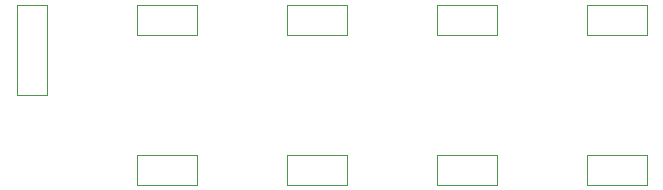
<source format=gbo>
%TF.GenerationSoftware,KiCad,Pcbnew,(5.1.8)-1*%
%TF.CreationDate,2021-03-06T21:18:19+09:00*%
%TF.ProjectId,motor_driver,6d6f746f-725f-4647-9269-7665722e6b69,rev?*%
%TF.SameCoordinates,PX54c81a0PY87a6900*%
%TF.FileFunction,Legend,Bot*%
%TF.FilePolarity,Positive*%
%FSLAX46Y46*%
G04 Gerber Fmt 4.6, Leading zero omitted, Abs format (unit mm)*
G04 Created by KiCad (PCBNEW (5.1.8)-1) date 2021-03-06 21:18:19*
%MOMM*%
%LPD*%
G01*
G04 APERTURE LIST*
%ADD10C,0.120000*%
%ADD11R,1.700000X1.700000*%
%ADD12O,1.700000X1.700000*%
%ADD13C,1.700000*%
G04 APERTURE END LIST*
D10*
X16510000Y3810000D02*
X11430000Y3810000D01*
X16510000Y1270000D02*
X16510000Y3810000D01*
X11430000Y1270000D02*
X16510000Y1270000D01*
X11430000Y3810000D02*
X11430000Y1270000D01*
X29210000Y3810000D02*
X24130000Y3810000D01*
X29210000Y1270000D02*
X29210000Y3810000D01*
X24130000Y1270000D02*
X29210000Y1270000D01*
X24130000Y3810000D02*
X24130000Y1270000D01*
X41910000Y3810000D02*
X36830000Y3810000D01*
X41910000Y1270000D02*
X41910000Y3810000D01*
X36830000Y1270000D02*
X41910000Y1270000D01*
X36830000Y3810000D02*
X36830000Y1270000D01*
X54610000Y3810000D02*
X49530000Y3810000D01*
X54610000Y1270000D02*
X54610000Y3810000D01*
X49530000Y1270000D02*
X54610000Y1270000D01*
X49530000Y3810000D02*
X49530000Y1270000D01*
X54610000Y16510000D02*
X49530000Y16510000D01*
X54610000Y13970000D02*
X54610000Y16510000D01*
X49530000Y13970000D02*
X54610000Y13970000D01*
X49530000Y16510000D02*
X49530000Y13970000D01*
X41910000Y16510000D02*
X36830000Y16510000D01*
X41910000Y13970000D02*
X41910000Y16510000D01*
X36830000Y13970000D02*
X41910000Y13970000D01*
X36830000Y16510000D02*
X36830000Y13970000D01*
X29210000Y16510000D02*
X24130000Y16510000D01*
X29210000Y13970000D02*
X29210000Y16510000D01*
X24130000Y13970000D02*
X29210000Y13970000D01*
X24130000Y16510000D02*
X24130000Y13970000D01*
X16510000Y16510000D02*
X11430000Y16510000D01*
X16510000Y13970000D02*
X16510000Y16510000D01*
X11430000Y13970000D02*
X16510000Y13970000D01*
X11430000Y16510000D02*
X11430000Y13970000D01*
X3810000Y16510000D02*
X1270000Y16510000D01*
X3810000Y8890000D02*
X3810000Y16510000D01*
X1270000Y8890000D02*
X3810000Y8890000D01*
X1270000Y16510000D02*
X1270000Y8890000D01*
%LPC*%
D11*
%TO.C,J1*%
X2540000Y15240000D03*
D12*
X2540000Y12700000D03*
X2540000Y10160000D03*
%TD*%
D13*
%TO.C,J2*%
X15240000Y2540000D03*
D12*
X12700000Y2540000D03*
%TD*%
%TO.C,J3*%
X25400000Y2540000D03*
D13*
X27940000Y2540000D03*
%TD*%
D11*
%TO.C,J4*%
X40640000Y2540000D03*
D12*
X38100000Y2540000D03*
%TD*%
%TO.C,J5*%
X50800000Y2540000D03*
D13*
X53340000Y2540000D03*
%TD*%
D12*
%TO.C,J9*%
X53340000Y15240000D03*
D13*
X50800000Y15240000D03*
%TD*%
%TO.C,J8*%
X38100000Y15240000D03*
D12*
X40640000Y15240000D03*
%TD*%
%TO.C,J7*%
X27940000Y15240000D03*
D13*
X25400000Y15240000D03*
%TD*%
%TO.C,J6*%
X12700000Y15240000D03*
D12*
X15240000Y15240000D03*
%TD*%
M02*

</source>
